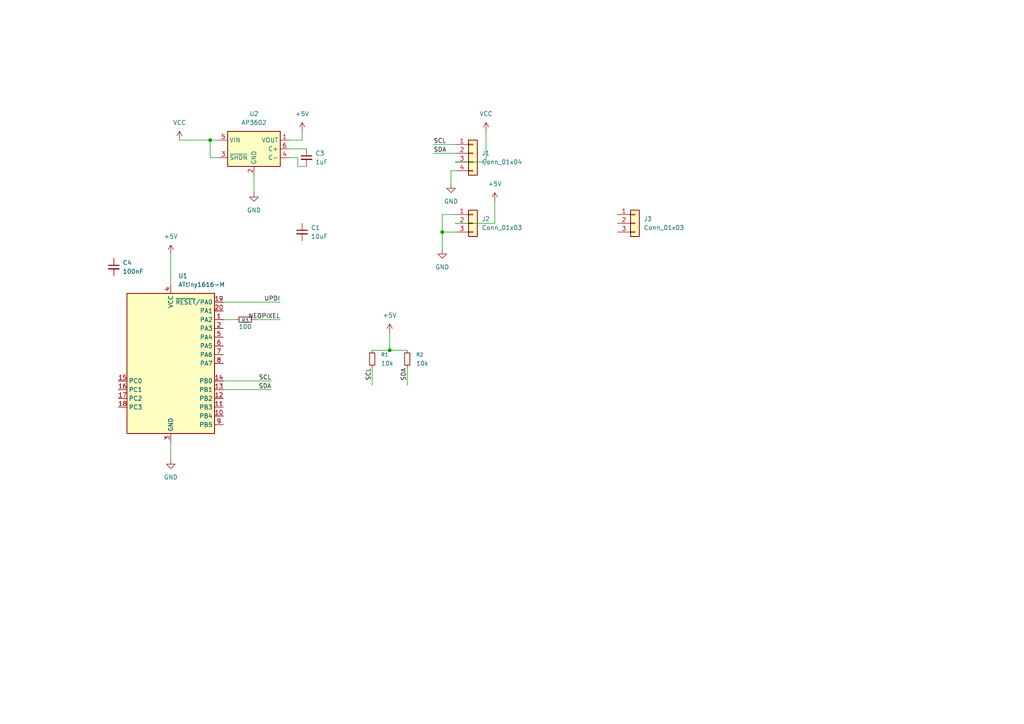
<source format=kicad_sch>
(kicad_sch (version 20250114) (generator "eeschema") (generator_version "9.0")
  (paper "A4")
  (lib_symbols
    (symbol "Connector_Generic:Conn_01x03" (pin_names (offset 1.016) (hide yes))
      (property "Reference" "J" (at 0 5.08 0))
      (property "Value" "Conn_01x03" (at 0 -5.08 0))
      (symbol "Conn_01x03_1_1"
        (rectangle (start -1.27 3.81) (end 1.27 -3.81) (stroke (width 0.254)) (fill (type background)))
        (rectangle (start -1.27 2.667) (end 0 2.413) (stroke (width 0.1524)))
        (rectangle (start -1.27 0.127) (end 0 -0.127) (stroke (width 0.1524)))
        (rectangle (start -1.27 -2.413) (end 0 -2.667) (stroke (width 0.1524)))
        (pin passive line (at -5.08 2.54 0) (length 3.81) (name "Pin_1") (number "1"))
        (pin passive line (at -5.08 0 0) (length 3.81) (name "Pin_2") (number "2"))
        (pin passive line (at -5.08 -2.54 0) (length 3.81) (name "Pin_3") (number "3"))
      )
    )
    (symbol "Connector_Generic:Conn_01x04" (pin_names (offset 1.016) (hide yes))
      (property "Reference" "J" (at 0 5.08 0))
      (property "Value" "Conn_01x04" (at 0 -7.62 0))
      (symbol "Conn_01x04_1_1"
        (rectangle (start -1.27 3.81) (end 1.27 -6.35) (stroke (width 0.254)) (fill (type background)))
        (rectangle (start -1.27 2.667) (end 0 2.413) (stroke (width 0.1524)))
        (rectangle (start -1.27 0.127) (end 0 -0.127) (stroke (width 0.1524)))
        (rectangle (start -1.27 -2.413) (end 0 -2.667) (stroke (width 0.1524)))
        (rectangle (start -1.27 -4.953) (end 0 -5.207) (stroke (width 0.1524)))
        (pin passive line (at -5.08 2.54 0) (length 3.81) (name "Pin_1") (number "1"))
        (pin passive line (at -5.08 0 0) (length 3.81) (name "Pin_2") (number "2"))
        (pin passive line (at -5.08 -2.54 0) (length 3.81) (name "Pin_3") (number "3"))
        (pin passive line (at -5.08 -5.08 0) (length 3.81) (name "Pin_4") (number "4"))
      )
    )
    (symbol "Device:C_Small" (pin_numbers (hide yes)) (pin_names (offset 0.254) (hide yes))
      (property "Reference" "C" (at 0.254 1.778 0))
      (property "Value" "C_Small" (at 0.254 -2.032 0))
      (symbol "C_Small_0_1"
        (polyline (pts (xy -1.524 0.508) (xy 1.524 0.508)) (stroke (width 0.3048)))
        (polyline (pts (xy -1.524 -0.508) (xy 1.524 -0.508)) (stroke (width 0.3302)))
      )
      (symbol "C_Small_1_1"
        (pin passive line (at 0 2.54 270) (length 2.032) (name "~") (number "1"))
        (pin passive line (at 0 -2.54 90) (length 2.032) (name "~") (number "2"))
      )
    )
    (symbol "Device:R_Small" (pin_numbers (hide yes)) (pin_names (offset 0.254) (hide yes))
      (property "Reference" "R" (at 0 0 90))
      (property "Value" "R_Small" (at 1.778 0 90))
      (symbol "R_Small_0_1"
        (rectangle (start -0.762 1.778) (end 0.762 -1.778) (stroke (width 0.2032)))
      )
      (symbol "R_Small_1_1"
        (pin passive line (at 0 2.54 270) (length 0.762) (name "~") (number "1"))
        (pin passive line (at 0 -2.54 90) (length 0.762) (name "~") (number "2"))
      )
    )
    (symbol "MCU_Microchip_ATtiny:ATtiny1616-M"
      (property "Reference" "U" (at -12.7 21.59 0))
      (property "Value" "ATtiny1616-M" (at 2.54 -21.59 0))
      (symbol "ATtiny1616-M_0_1"
        (rectangle (start -12.7 -20.32) (end 12.7 20.32) (stroke (width 0.254)) (fill (type background)))
      )
      (symbol "ATtiny1616-M_1_1"
        (pin bidirectional line (at -15.24 -5.08 0) (length 2.54) (name "PC0") (number "15"))
        (pin bidirectional line (at -15.24 -7.62 0) (length 2.54) (name "PC1") (number "16"))
        (pin bidirectional line (at -15.24 -10.16 0) (length 2.54) (name "PC2") (number "17"))
        (pin bidirectional line (at -15.24 -12.7 0) (length 2.54) (name "PC3") (number "18"))
        (pin power_in line (at 0 22.86 270) (length 2.54) (name "VCC") (number "4"))
        (pin passive line (at 0 -22.86 90) (length 2.54) (hide yes) (name "GND") (number "21"))
        (pin power_in line (at 0 -22.86 90) (length 2.54) (name "GND") (number "3"))
        (pin bidirectional line (at 15.24 17.78 180) (length 2.54) (name "~{RESET}/PA0") (number "19"))
        (pin bidirectional line (at 15.24 15.24 180) (length 2.54) (name "PA1") (number "20"))
        (pin bidirectional line (at 15.24 12.7 180) (length 2.54) (name "PA2") (number "1"))
        (pin bidirectional line (at 15.24 10.16 180) (length 2.54) (name "PA3") (number "2"))
        (pin bidirectional line (at 15.24 7.62 180) (length 2.54) (name "PA4") (number "5"))
        (pin bidirectional line (at 15.24 5.08 180) (length 2.54) (name "PA5") (number "6"))
        (pin bidirectional line (at 15.24 2.54 180) (length 2.54) (name "PA6") (number "7"))
        (pin bidirectional line (at 15.24 0 180) (length 2.54) (name "PA7") (number "8"))
        (pin bidirectional line (at 15.24 -5.08 180) (length 2.54) (name "PB0") (number "14"))
        (pin bidirectional line (at 15.24 -7.62 180) (length 2.54) (name "PB1") (number "13"))
        (pin bidirectional line (at 15.24 -10.16 180) (length 2.54) (name "PB2") (number "12"))
        (pin bidirectional line (at 15.24 -12.7 180) (length 2.54) (name "PB3") (number "11"))
        (pin bidirectional line (at 15.24 -15.24 180) (length 2.54) (name "PB4") (number "10"))
        (pin bidirectional line (at 15.24 -17.78 180) (length 2.54) (name "PB5") (number "9"))
      )
    )
    (symbol "Shurik personal:AP3602"
      (property "Reference" "U" (at -7.62 6.35 0))
      (property "Value" "AP3602" (at 5.08 6.35 0))
      (symbol "AP3602_0_1"
        (rectangle (start -7.62 5.08) (end 7.62 -5.08) (stroke (width 0.254)) (fill (type background)))
      )
      (symbol "AP3602_1_1"
        (pin power_in line (at -10.16 2.54 0) (length 2.54) (name "VIN") (number "5"))
        (pin input line (at -10.16 -2.54 0) (length 2.54) (name "~{SHDN}") (number "3"))
        (pin power_in line (at 0 -7.62 90) (length 2.54) (name "GND") (number "2"))
        (pin power_out line (at 10.16 2.54 180) (length 2.54) (name "VOUT") (number "1"))
        (pin input line (at 10.16 0 180) (length 2.54) (name "C+") (number "6"))
        (pin input line (at 10.16 -2.54 180) (length 2.54) (name "C-") (number "4"))
      )
    )
    (symbol "power:+5V" (power) (pin_numbers (hide yes)) (pin_names (offset 0) (hide yes))
      (property "Value" "+5V" (at 0 3.556 0))
      (symbol "+5V_0_1"
        (polyline (pts (xy -0.762 1.27) (xy 0 2.54)))
        (polyline (pts (xy 0 2.54) (xy 0.762 1.27)))
        (polyline (pts (xy 0 0) (xy 0 2.54)))
      )
      (symbol "+5V_1_1"
        (pin power_in line (at 0 0 90) (length 0) (name "~") (number "1"))
      )
    )
    (symbol "power:GND" (power) (pin_numbers (hide yes)) (pin_names (offset 0) (hide yes))
      (property "Value" "GND" (at 0 -3.81 0))
      (symbol "GND_0_1"
        (polyline (pts (xy 0 0) (xy 0 -1.27) (xy 1.27 -1.27) (xy 0 -2.54) (xy -1.27 -1.27) (xy 0 -1.27)))
      )
      (symbol "GND_1_1"
        (pin power_in line (at 0 0 270) (length 0) (name "~") (number "1"))
      )
    )
    (symbol "power:VCC" (power) (pin_numbers (hide yes)) (pin_names (offset 0) (hide yes))
      (property "Value" "VCC" (at 0 3.556 0))
      (symbol "VCC_0_1"
        (polyline (pts (xy -0.762 1.27) (xy 0 2.54)))
        (polyline (pts (xy 0 2.54) (xy 0.762 1.27)))
        (polyline (pts (xy 0 0) (xy 0 2.54)))
      )
      (symbol "VCC_1_1"
        (pin power_in line (at 0 0 90) (length 0) (name "~") (number "1"))
      )
    )
  )
  (junction (at 113.03 101.6))
  (junction (at 60.96 40.64))
  (junction (at 128.27 67.31))
  (wire (pts (xy 64.77 92.71) (xy 68.58 92.71)))
  (wire (pts (xy 132.08 46.99) (xy 140.97 46.99)))
  (wire (pts (xy 128.27 62.23) (xy 128.27 67.31)))
  (wire (pts (xy 64.77 110.49) (xy 78.74 110.49)))
  (wire (pts (xy 86.36 48.26) (xy 88.9 48.26)))
  (wire (pts (xy 63.5 45.72) (xy 60.96 45.72)))
  (wire (pts (xy 83.82 40.64) (xy 87.63 40.64)))
  (wire (pts (xy 87.63 38.1) (xy 87.63 40.64)))
  (wire (pts (xy 49.53 128.27) (xy 49.53 133.35)))
  (wire (pts (xy 113.03 96.52) (xy 113.03 101.6)))
  (wire (pts (xy 118.11 106.68) (xy 118.11 111.76)))
  (wire (pts (xy 60.96 40.64) (xy 63.5 40.64)))
  (wire (pts (xy 125.73 44.45) (xy 132.08 44.45)))
  (wire (pts (xy 73.66 50.8) (xy 73.66 55.88)))
  (wire (pts (xy 128.27 67.31) (xy 128.27 72.39)))
  (wire (pts (xy 130.81 49.53) (xy 130.81 53.34)))
  (wire (pts (xy 132.08 49.53) (xy 130.81 49.53)))
  (wire (pts (xy 64.77 113.03) (xy 78.74 113.03)))
  (wire (pts (xy 128.27 67.31) (xy 132.08 67.31)))
  (wire (pts (xy 73.66 92.71) (xy 81.28 92.71)))
  (wire (pts (xy 107.95 106.68) (xy 107.95 111.76)))
  (wire (pts (xy 113.03 101.6) (xy 118.11 101.6)))
  (wire (pts (xy 132.08 64.77) (xy 143.51 64.77)))
  (wire (pts (xy 49.53 73.66) (xy 49.53 82.55)))
  (wire (pts (xy 86.36 45.72) (xy 86.36 48.26)))
  (wire (pts (xy 83.82 45.72) (xy 86.36 45.72)))
  (wire (pts (xy 107.95 101.6) (xy 113.03 101.6)))
  (wire (pts (xy 140.97 38.1) (xy 140.97 46.99)))
  (wire (pts (xy 64.77 87.63) (xy 81.28 87.63)))
  (wire (pts (xy 52.07 40.64) (xy 60.96 40.64)))
  (wire (pts (xy 83.82 43.18) (xy 88.9 43.18)))
  (wire (pts (xy 125.73 41.91) (xy 132.08 41.91)))
  (wire (pts (xy 60.96 45.72) (xy 60.96 40.64)))
  (wire (pts (xy 143.51 58.42) (xy 143.51 64.77)))
  (wire (pts (xy 128.27 62.23) (xy 132.08 62.23)))
  (label "SDA" (at 125.73 44.45 0))
  (label "SCL" (at 78.74 110.49 180))
  (label "SCL" (at 125.73 41.91 0))
  (label "SDA" (at 118.11 106.68 270))
  (label "NEOPIXEL" (at 81.28 92.71 180))
  (label "SDA" (at 78.74 113.03 180))
  (label "UPDI" (at 81.28 87.63 180))
  (label "SCL" (at 107.95 106.68 270))
  (symbol (lib_id "Connector_Generic:Conn_01x03") (at 184.15 64.77 0) (unit 1)
    (property "Reference" "J3" (at 186.69 63.4999 0) (effects (justify left)))
    (property "Value" "Conn_01x03" (at 186.69 66.0399 0) (effects (justify left)))
    (property "Description" "Generic connector, single row, 01x03, script generated (kicad-library-utils/schlib/autogen/connector/)" (effects (hide yes)))
  )
  (symbol (lib_id "Device:R_Small") (at 118.11 104.14 0) (unit 1)
    (property "Reference" "R2" (at 120.65 102.8699 0) (effects (font (size 1.016 1.016)) (justify left)))
    (property "Value" "10k" (at 120.65 105.4099 0) (effects (justify left)))
    (property "Footprint" "Resistor_SMD:R_0603_1608Metric" (effects (hide yes)))
    (property "Description" "Resistor, small symbol" (effects (hide yes)))
  )
  (symbol (lib_id "power:GND") (at 73.66 55.88 0) (unit 1)
    (property "Reference" "#PWR010" (effects (hide yes)))
    (property "Value" "GND" (at 73.66 60.96 0))
    (property "Description" "Power symbol creates a global label with name \"GND\" , ground" (effects (hide yes)))
  )
  (symbol (lib_id "MCU_Microchip_ATtiny:ATtiny1616-M") (at 49.53 105.41 0) (unit 1)
    (property "Reference" "U1" (at 51.6733 80.01 0) (effects (justify left)))
    (property "Value" "ATtiny1616-M" (at 51.6733 82.55 0) (effects (justify left)))
    (property "Footprint" "Package_DFN_QFN:VQFN-20-1EP_3x3mm_P0.4mm_EP1.7x1.7mm" (effects (hide yes)))
    (property "Datasheet" "http://ww1.microchip.com/downloads/en/DeviceDoc/ATtiny3216_ATtiny1616-data-sheet-40001997B.pdf" (effects (hide yes)))
    (property "Description" "20MHz, 16kB Flash, 2kB SRAM, 256B EEPROM, VQFN-20" (effects (hide yes)))
  )
  (symbol (lib_id "power:VCC") (at 52.07 40.64 0) (unit 1)
    (property "Reference" "#PWR06" (effects (hide yes)))
    (property "Value" "VCC" (at 52.07 35.56 0))
    (property "Description" "Power symbol creates a global label with name \"VCC\"" (effects (hide yes)))
  )
  (symbol (lib_id "power:GND") (at 49.53 133.35 0) (unit 1)
    (property "Reference" "#PWR02" (effects (hide yes)))
    (property "Value" "GND" (at 49.53 138.43 0))
    (property "Description" "Power symbol creates a global label with name \"GND\" , ground" (effects (hide yes)))
  )
  (symbol (lib_id "Device:R_Small") (at 71.12 92.71 90) (unit 1)
    (property "Reference" "R3" (at 71.12 92.964 90) (effects (font (size 1.016 1.016))))
    (property "Value" "100" (at 71.12 94.742 90))
    (property "Footprint" "Resistor_SMD:R_0603_1608Metric" (effects (hide yes)))
    (property "Description" "Resistor, small symbol" (effects (hide yes)))
  )
  (symbol (lib_id "power:GND") (at 130.81 53.34 0) (unit 1)
    (property "Reference" "#PWR07" (effects (hide yes)))
    (property "Value" "GND" (at 130.81 58.42 0))
    (property "Description" "Power symbol creates a global label with name \"GND\" , ground" (effects (hide yes)))
  )
  (symbol (lib_id "power:VCC") (at 140.97 38.1 0) (unit 1)
    (property "Reference" "#PWR08" (effects (hide yes)))
    (property "Value" "VCC" (at 140.97 33.02 0))
    (property "Description" "Power symbol creates a global label with name \"VCC\"" (effects (hide yes)))
  )
  (symbol (lib_id "Connector_Generic:Conn_01x04") (at 137.16 44.45 0) (unit 1)
    (property "Reference" "J1" (at 139.7 44.4499 0) (effects (justify left)))
    (property "Value" "Conn_01x04" (at 139.7 46.9899 0) (effects (justify left)))
    (property "Footprint" "Connector_JST:JST_PH_S4B-PH-SM4-TB_1x04-1MP_P2.00mm_Horizontal" (effects (hide yes)))
    (property "Description" "Generic connector, single row, 01x04, script generated (kicad-library-utils/schlib/autogen/connector/)" (effects (hide yes)))
  )
  (symbol (lib_id "power:+5V") (at 49.53 73.66 0) (unit 1)
    (property "Reference" "#PWR01" (effects (hide yes)))
    (property "Value" "+5V" (at 49.53 68.58 0))
    (property "Description" "Power symbol creates a global label with name \"+5V\"" (effects (hide yes)))
  )
  (symbol (lib_id "power:+5V") (at 143.51 58.42 0) (unit 1)
    (property "Reference" "#PWR03" (effects (hide yes)))
    (property "Value" "+5V" (at 143.51 53.34 0))
    (property "Description" "Power symbol creates a global label with name \"+5V\"" (effects (hide yes)))
  )
  (symbol (lib_id "power:GND") (at 128.27 72.39 0) (unit 1)
    (property "Reference" "#PWR04" (effects (hide yes)))
    (property "Value" "GND" (at 128.27 77.47 0))
    (property "Description" "Power symbol creates a global label with name \"GND\" , ground" (effects (hide yes)))
  )
  (symbol (lib_id "Device:C_Small") (at 33.02 77.47 0) (unit 1)
    (property "Reference" "C4" (at 35.56 76.2062 0) (effects (justify left)))
    (property "Value" "100nF" (at 35.56 78.7462 0) (effects (justify left)))
    (property "Footprint" "Capacitor_SMD:C_0603_1608Metric" (effects (hide yes)))
    (property "Description" "Unpolarized capacitor, small symbol" (effects (hide yes)))
  )
  (symbol (lib_id "Shurik personal:AP3602") (at 73.66 43.18 0) (unit 1)
    (property "Reference" "U2" (at 73.66 33.02 0))
    (property "Value" "AP3602" (at 73.66 35.56 0))
    (property "Footprint" "Package_TO_SOT_SMD:TSOT-23-6" (effects (hide yes)))
    (property "Datasheet" "https://www.diodes.com/assets/Datasheets/AP3602A.pdf" (effects (hide yes)))
    (property "Description" "100mA Regulated Charge Pump" (effects (hide yes)))
  )
  (symbol (lib_id "Device:C_Small") (at 87.63 67.31 0) (unit 1)
    (property "Reference" "C1" (at 90.17 66.0462 0) (effects (justify left)))
    (property "Value" "10uF" (at 90.17 68.5862 0) (effects (justify left)))
    (property "Footprint" "Capacitor_SMD:C_0805_2012Metric" (effects (hide yes)))
    (property "Description" "Unpolarized capacitor, small symbol" (effects (hide yes)))
  )
  (symbol (lib_id "power:+5V") (at 87.63 38.1 0) (unit 1)
    (property "Reference" "#PWR09" (effects (hide yes)))
    (property "Value" "+5V" (at 87.63 33.02 0))
    (property "Description" "Power symbol creates a global label with name \"+5V\"" (effects (hide yes)))
  )
  (symbol (lib_id "Device:R_Small") (at 107.95 104.14 0) (unit 1)
    (property "Reference" "R1" (at 110.49 102.8699 0) (effects (font (size 1.016 1.016)) (justify left)))
    (property "Value" "10k" (at 110.49 105.4099 0) (effects (justify left)))
    (property "Footprint" "Resistor_SMD:R_0603_1608Metric" (effects (hide yes)))
    (property "Description" "Resistor, small symbol" (effects (hide yes)))
  )
  (symbol (lib_id "Device:C_Small") (at 88.9 45.72 0) (unit 1)
    (property "Reference" "C3" (at 91.44 44.4562 0) (effects (justify left)))
    (property "Value" "1uF" (at 91.44 46.9962 0) (effects (justify left)))
    (property "Footprint" "Capacitor_SMD:C_0603_1608Metric" (effects (hide yes)))
    (property "Description" "Unpolarized capacitor, small symbol" (effects (hide yes)))
  )
  (symbol (lib_id "Connector_Generic:Conn_01x03") (at 137.16 64.77 0) (unit 1)
    (property "Reference" "J2" (at 139.7 63.4999 0) (effects (justify left)))
    (property "Value" "Conn_01x03" (at 139.7 66.0399 0) (effects (justify left)))
    (property "Footprint" "Connector_PinHeader_2.54mm:PinHeader_1x03_P2.54mm_Horizontal" (effects (hide yes)))
    (property "Description" "Generic connector, single row, 01x03, script generated (kicad-library-utils/schlib/autogen/connector/)" (effects (hide yes)))
  )
  (symbol (lib_id "power:+5V") (at 113.03 96.52 0) (unit 1)
    (property "Reference" "#PWR05" (effects (hide yes)))
    (property "Value" "+5V" (at 113.03 91.44 0))
    (property "Description" "Power symbol creates a global label with name \"+5V\"" (effects (hide yes)))
  )
)
</source>
